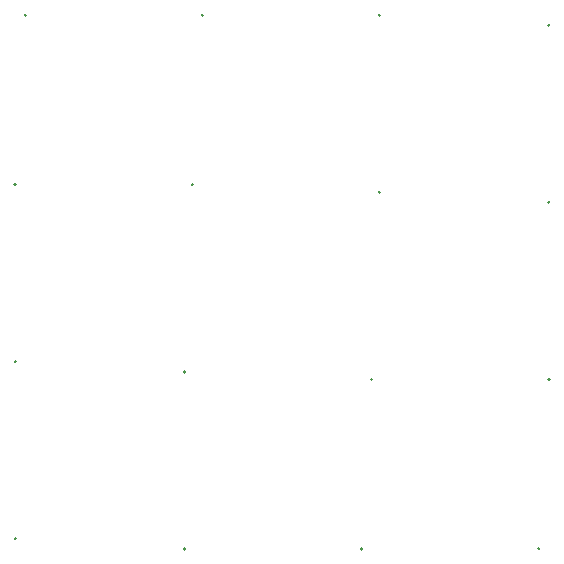
<source format=gbr>
%TF.GenerationSoftware,KiCad,Pcbnew,8.0.4-rc2-202407082205~7740c66479~ubuntu22.04.1*%
%TF.CreationDate,2024-07-19T14:57:39+01:00*%
%TF.ProjectId,LIS2DH_array,4c495332-4448-45f6-9172-7261792e6b69,rev?*%
%TF.SameCoordinates,Original*%
%TF.FileFunction,Other,Comment*%
%FSLAX46Y46*%
G04 Gerber Fmt 4.6, Leading zero omitted, Abs format (unit mm)*
G04 Created by KiCad (PCBNEW 8.0.4-rc2-202407082205~7740c66479~ubuntu22.04.1) date 2024-07-19 14:57:39*
%MOMM*%
%LPD*%
G01*
G04 APERTURE LIST*
%ADD10C,0.150000*%
G04 APERTURE END LIST*
D10*
%TO.C,U7*%
X130820000Y-94910000D02*
G75*
G02*
X130680000Y-94910000I-70000J0D01*
G01*
X130680000Y-94910000D02*
G75*
G02*
X130820000Y-94910000I70000J0D01*
G01*
%TO.C,U14*%
X114320000Y-125090000D02*
G75*
G02*
X114180000Y-125090000I-70000J0D01*
G01*
X114180000Y-125090000D02*
G75*
G02*
X114320000Y-125090000I70000J0D01*
G01*
%TO.C,U13*%
X99980000Y-124250000D02*
G75*
G02*
X99840000Y-124250000I-70000J0D01*
G01*
X99840000Y-124250000D02*
G75*
G02*
X99980000Y-124250000I70000J0D01*
G01*
%TO.C,U8*%
X145160000Y-95750000D02*
G75*
G02*
X145020000Y-95750000I-70000J0D01*
G01*
X145020000Y-95750000D02*
G75*
G02*
X145160000Y-95750000I70000J0D01*
G01*
%TO.C,U16*%
X144320000Y-125090000D02*
G75*
G02*
X144180000Y-125090000I-70000J0D01*
G01*
X144180000Y-125090000D02*
G75*
G02*
X144320000Y-125090000I70000J0D01*
G01*
%TO.C,U11*%
X130160000Y-110750000D02*
G75*
G02*
X130020000Y-110750000I-70000J0D01*
G01*
X130020000Y-110750000D02*
G75*
G02*
X130160000Y-110750000I70000J0D01*
G01*
%TO.C,U3*%
X130820000Y-79910000D02*
G75*
G02*
X130680000Y-79910000I-70000J0D01*
G01*
X130680000Y-79910000D02*
G75*
G02*
X130820000Y-79910000I70000J0D01*
G01*
%TO.C,U5*%
X99980000Y-94250000D02*
G75*
G02*
X99840000Y-94250000I-70000J0D01*
G01*
X99840000Y-94250000D02*
G75*
G02*
X99980000Y-94250000I70000J0D01*
G01*
%TO.C,U6*%
X114980000Y-94250000D02*
G75*
G02*
X114840000Y-94250000I-70000J0D01*
G01*
X114840000Y-94250000D02*
G75*
G02*
X114980000Y-94250000I70000J0D01*
G01*
%TO.C,U15*%
X129320000Y-125090000D02*
G75*
G02*
X129180000Y-125090000I-70000J0D01*
G01*
X129180000Y-125090000D02*
G75*
G02*
X129320000Y-125090000I70000J0D01*
G01*
%TO.C,U4*%
X145160000Y-80750000D02*
G75*
G02*
X145020000Y-80750000I-70000J0D01*
G01*
X145020000Y-80750000D02*
G75*
G02*
X145160000Y-80750000I70000J0D01*
G01*
%TO.C,U2*%
X115820000Y-79910000D02*
G75*
G02*
X115680000Y-79910000I-70000J0D01*
G01*
X115680000Y-79910000D02*
G75*
G02*
X115820000Y-79910000I70000J0D01*
G01*
%TO.C,U12*%
X145160000Y-110750000D02*
G75*
G02*
X145020000Y-110750000I-70000J0D01*
G01*
X145020000Y-110750000D02*
G75*
G02*
X145160000Y-110750000I70000J0D01*
G01*
%TO.C,U10*%
X114320000Y-110090000D02*
G75*
G02*
X114180000Y-110090000I-70000J0D01*
G01*
X114180000Y-110090000D02*
G75*
G02*
X114320000Y-110090000I70000J0D01*
G01*
%TO.C,U9*%
X99980000Y-109250000D02*
G75*
G02*
X99840000Y-109250000I-70000J0D01*
G01*
X99840000Y-109250000D02*
G75*
G02*
X99980000Y-109250000I70000J0D01*
G01*
%TO.C,U1*%
X100820000Y-79910000D02*
G75*
G02*
X100680000Y-79910000I-70000J0D01*
G01*
X100680000Y-79910000D02*
G75*
G02*
X100820000Y-79910000I70000J0D01*
G01*
%TD*%
M02*

</source>
